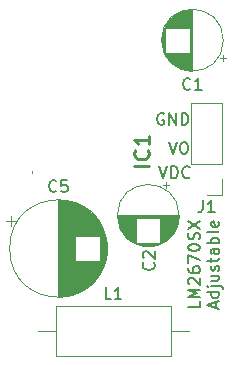
<source format=gbr>
%TF.GenerationSoftware,KiCad,Pcbnew,8.0.1-rc1*%
%TF.CreationDate,2024-10-01T13:01:29-07:00*%
%TF.ProjectId,LM2670-ADJ-Carrier,4c4d3236-3730-42d4-9144-4a2d43617272,rev?*%
%TF.SameCoordinates,Original*%
%TF.FileFunction,Legend,Top*%
%TF.FilePolarity,Positive*%
%FSLAX46Y46*%
G04 Gerber Fmt 4.6, Leading zero omitted, Abs format (unit mm)*
G04 Created by KiCad (PCBNEW 8.0.1-rc1) date 2024-10-01 13:01:29*
%MOMM*%
%LPD*%
G01*
G04 APERTURE LIST*
%ADD10C,0.150000*%
%ADD11C,0.254000*%
%ADD12C,0.120000*%
%ADD13C,0.100000*%
%ADD14R,1.700000X1.700000*%
%ADD15O,1.700000X1.700000*%
%ADD16C,2.000000*%
%ADD17O,2.000000X2.000000*%
%ADD18R,1.600000X1.600000*%
%ADD19C,1.600000*%
%ADD20R,0.910000X2.160000*%
%ADD21R,10.800000X10.410000*%
G04 APERTURE END LIST*
D10*
X149907978Y-98481998D02*
X150241311Y-99481998D01*
X150241311Y-99481998D02*
X150574644Y-98481998D01*
X151098454Y-98481998D02*
X151288930Y-98481998D01*
X151288930Y-98481998D02*
X151384168Y-98529617D01*
X151384168Y-98529617D02*
X151479406Y-98624855D01*
X151479406Y-98624855D02*
X151527025Y-98815331D01*
X151527025Y-98815331D02*
X151527025Y-99148664D01*
X151527025Y-99148664D02*
X151479406Y-99339140D01*
X151479406Y-99339140D02*
X151384168Y-99434379D01*
X151384168Y-99434379D02*
X151288930Y-99481998D01*
X151288930Y-99481998D02*
X151098454Y-99481998D01*
X151098454Y-99481998D02*
X151003216Y-99434379D01*
X151003216Y-99434379D02*
X150907978Y-99339140D01*
X150907978Y-99339140D02*
X150860359Y-99148664D01*
X150860359Y-99148664D02*
X150860359Y-98815331D01*
X150860359Y-98815331D02*
X150907978Y-98624855D01*
X150907978Y-98624855D02*
X151003216Y-98529617D01*
X151003216Y-98529617D02*
X151098454Y-98481998D01*
X152535253Y-111960346D02*
X152535253Y-112436536D01*
X152535253Y-112436536D02*
X151535253Y-112436536D01*
X152535253Y-111627012D02*
X151535253Y-111627012D01*
X151535253Y-111627012D02*
X152249538Y-111293679D01*
X152249538Y-111293679D02*
X151535253Y-110960346D01*
X151535253Y-110960346D02*
X152535253Y-110960346D01*
X151630491Y-110531774D02*
X151582872Y-110484155D01*
X151582872Y-110484155D02*
X151535253Y-110388917D01*
X151535253Y-110388917D02*
X151535253Y-110150822D01*
X151535253Y-110150822D02*
X151582872Y-110055584D01*
X151582872Y-110055584D02*
X151630491Y-110007965D01*
X151630491Y-110007965D02*
X151725729Y-109960346D01*
X151725729Y-109960346D02*
X151820967Y-109960346D01*
X151820967Y-109960346D02*
X151963824Y-110007965D01*
X151963824Y-110007965D02*
X152535253Y-110579393D01*
X152535253Y-110579393D02*
X152535253Y-109960346D01*
X151535253Y-109103203D02*
X151535253Y-109293679D01*
X151535253Y-109293679D02*
X151582872Y-109388917D01*
X151582872Y-109388917D02*
X151630491Y-109436536D01*
X151630491Y-109436536D02*
X151773348Y-109531774D01*
X151773348Y-109531774D02*
X151963824Y-109579393D01*
X151963824Y-109579393D02*
X152344776Y-109579393D01*
X152344776Y-109579393D02*
X152440014Y-109531774D01*
X152440014Y-109531774D02*
X152487634Y-109484155D01*
X152487634Y-109484155D02*
X152535253Y-109388917D01*
X152535253Y-109388917D02*
X152535253Y-109198441D01*
X152535253Y-109198441D02*
X152487634Y-109103203D01*
X152487634Y-109103203D02*
X152440014Y-109055584D01*
X152440014Y-109055584D02*
X152344776Y-109007965D01*
X152344776Y-109007965D02*
X152106681Y-109007965D01*
X152106681Y-109007965D02*
X152011443Y-109055584D01*
X152011443Y-109055584D02*
X151963824Y-109103203D01*
X151963824Y-109103203D02*
X151916205Y-109198441D01*
X151916205Y-109198441D02*
X151916205Y-109388917D01*
X151916205Y-109388917D02*
X151963824Y-109484155D01*
X151963824Y-109484155D02*
X152011443Y-109531774D01*
X152011443Y-109531774D02*
X152106681Y-109579393D01*
X151535253Y-108674631D02*
X151535253Y-108007965D01*
X151535253Y-108007965D02*
X152535253Y-108436536D01*
X151535253Y-107436536D02*
X151535253Y-107341298D01*
X151535253Y-107341298D02*
X151582872Y-107246060D01*
X151582872Y-107246060D02*
X151630491Y-107198441D01*
X151630491Y-107198441D02*
X151725729Y-107150822D01*
X151725729Y-107150822D02*
X151916205Y-107103203D01*
X151916205Y-107103203D02*
X152154300Y-107103203D01*
X152154300Y-107103203D02*
X152344776Y-107150822D01*
X152344776Y-107150822D02*
X152440014Y-107198441D01*
X152440014Y-107198441D02*
X152487634Y-107246060D01*
X152487634Y-107246060D02*
X152535253Y-107341298D01*
X152535253Y-107341298D02*
X152535253Y-107436536D01*
X152535253Y-107436536D02*
X152487634Y-107531774D01*
X152487634Y-107531774D02*
X152440014Y-107579393D01*
X152440014Y-107579393D02*
X152344776Y-107627012D01*
X152344776Y-107627012D02*
X152154300Y-107674631D01*
X152154300Y-107674631D02*
X151916205Y-107674631D01*
X151916205Y-107674631D02*
X151725729Y-107627012D01*
X151725729Y-107627012D02*
X151630491Y-107579393D01*
X151630491Y-107579393D02*
X151582872Y-107531774D01*
X151582872Y-107531774D02*
X151535253Y-107436536D01*
X152487634Y-106722250D02*
X152535253Y-106579393D01*
X152535253Y-106579393D02*
X152535253Y-106341298D01*
X152535253Y-106341298D02*
X152487634Y-106246060D01*
X152487634Y-106246060D02*
X152440014Y-106198441D01*
X152440014Y-106198441D02*
X152344776Y-106150822D01*
X152344776Y-106150822D02*
X152249538Y-106150822D01*
X152249538Y-106150822D02*
X152154300Y-106198441D01*
X152154300Y-106198441D02*
X152106681Y-106246060D01*
X152106681Y-106246060D02*
X152059062Y-106341298D01*
X152059062Y-106341298D02*
X152011443Y-106531774D01*
X152011443Y-106531774D02*
X151963824Y-106627012D01*
X151963824Y-106627012D02*
X151916205Y-106674631D01*
X151916205Y-106674631D02*
X151820967Y-106722250D01*
X151820967Y-106722250D02*
X151725729Y-106722250D01*
X151725729Y-106722250D02*
X151630491Y-106674631D01*
X151630491Y-106674631D02*
X151582872Y-106627012D01*
X151582872Y-106627012D02*
X151535253Y-106531774D01*
X151535253Y-106531774D02*
X151535253Y-106293679D01*
X151535253Y-106293679D02*
X151582872Y-106150822D01*
X151535253Y-105817488D02*
X152535253Y-105150822D01*
X151535253Y-105150822D02*
X152535253Y-105817488D01*
X153859482Y-112507965D02*
X153859482Y-112031775D01*
X154145197Y-112603203D02*
X153145197Y-112269870D01*
X153145197Y-112269870D02*
X154145197Y-111936537D01*
X154145197Y-111174632D02*
X153145197Y-111174632D01*
X154097578Y-111174632D02*
X154145197Y-111269870D01*
X154145197Y-111269870D02*
X154145197Y-111460346D01*
X154145197Y-111460346D02*
X154097578Y-111555584D01*
X154097578Y-111555584D02*
X154049958Y-111603203D01*
X154049958Y-111603203D02*
X153954720Y-111650822D01*
X153954720Y-111650822D02*
X153669006Y-111650822D01*
X153669006Y-111650822D02*
X153573768Y-111603203D01*
X153573768Y-111603203D02*
X153526149Y-111555584D01*
X153526149Y-111555584D02*
X153478530Y-111460346D01*
X153478530Y-111460346D02*
X153478530Y-111269870D01*
X153478530Y-111269870D02*
X153526149Y-111174632D01*
X153478530Y-110698441D02*
X154335673Y-110698441D01*
X154335673Y-110698441D02*
X154430911Y-110746060D01*
X154430911Y-110746060D02*
X154478530Y-110841298D01*
X154478530Y-110841298D02*
X154478530Y-110888917D01*
X153145197Y-110698441D02*
X153192816Y-110746060D01*
X153192816Y-110746060D02*
X153240435Y-110698441D01*
X153240435Y-110698441D02*
X153192816Y-110650822D01*
X153192816Y-110650822D02*
X153145197Y-110698441D01*
X153145197Y-110698441D02*
X153240435Y-110698441D01*
X153478530Y-109793680D02*
X154145197Y-109793680D01*
X153478530Y-110222251D02*
X154002339Y-110222251D01*
X154002339Y-110222251D02*
X154097578Y-110174632D01*
X154097578Y-110174632D02*
X154145197Y-110079394D01*
X154145197Y-110079394D02*
X154145197Y-109936537D01*
X154145197Y-109936537D02*
X154097578Y-109841299D01*
X154097578Y-109841299D02*
X154049958Y-109793680D01*
X154097578Y-109365108D02*
X154145197Y-109269870D01*
X154145197Y-109269870D02*
X154145197Y-109079394D01*
X154145197Y-109079394D02*
X154097578Y-108984156D01*
X154097578Y-108984156D02*
X154002339Y-108936537D01*
X154002339Y-108936537D02*
X153954720Y-108936537D01*
X153954720Y-108936537D02*
X153859482Y-108984156D01*
X153859482Y-108984156D02*
X153811863Y-109079394D01*
X153811863Y-109079394D02*
X153811863Y-109222251D01*
X153811863Y-109222251D02*
X153764244Y-109317489D01*
X153764244Y-109317489D02*
X153669006Y-109365108D01*
X153669006Y-109365108D02*
X153621387Y-109365108D01*
X153621387Y-109365108D02*
X153526149Y-109317489D01*
X153526149Y-109317489D02*
X153478530Y-109222251D01*
X153478530Y-109222251D02*
X153478530Y-109079394D01*
X153478530Y-109079394D02*
X153526149Y-108984156D01*
X153478530Y-108650822D02*
X153478530Y-108269870D01*
X153145197Y-108507965D02*
X154002339Y-108507965D01*
X154002339Y-108507965D02*
X154097578Y-108460346D01*
X154097578Y-108460346D02*
X154145197Y-108365108D01*
X154145197Y-108365108D02*
X154145197Y-108269870D01*
X154145197Y-107507965D02*
X153621387Y-107507965D01*
X153621387Y-107507965D02*
X153526149Y-107555584D01*
X153526149Y-107555584D02*
X153478530Y-107650822D01*
X153478530Y-107650822D02*
X153478530Y-107841298D01*
X153478530Y-107841298D02*
X153526149Y-107936536D01*
X154097578Y-107507965D02*
X154145197Y-107603203D01*
X154145197Y-107603203D02*
X154145197Y-107841298D01*
X154145197Y-107841298D02*
X154097578Y-107936536D01*
X154097578Y-107936536D02*
X154002339Y-107984155D01*
X154002339Y-107984155D02*
X153907101Y-107984155D01*
X153907101Y-107984155D02*
X153811863Y-107936536D01*
X153811863Y-107936536D02*
X153764244Y-107841298D01*
X153764244Y-107841298D02*
X153764244Y-107603203D01*
X153764244Y-107603203D02*
X153716625Y-107507965D01*
X154145197Y-107031774D02*
X153145197Y-107031774D01*
X153526149Y-107031774D02*
X153478530Y-106936536D01*
X153478530Y-106936536D02*
X153478530Y-106746060D01*
X153478530Y-106746060D02*
X153526149Y-106650822D01*
X153526149Y-106650822D02*
X153573768Y-106603203D01*
X153573768Y-106603203D02*
X153669006Y-106555584D01*
X153669006Y-106555584D02*
X153954720Y-106555584D01*
X153954720Y-106555584D02*
X154049958Y-106603203D01*
X154049958Y-106603203D02*
X154097578Y-106650822D01*
X154097578Y-106650822D02*
X154145197Y-106746060D01*
X154145197Y-106746060D02*
X154145197Y-106936536D01*
X154145197Y-106936536D02*
X154097578Y-107031774D01*
X154145197Y-105984155D02*
X154097578Y-106079393D01*
X154097578Y-106079393D02*
X154002339Y-106127012D01*
X154002339Y-106127012D02*
X153145197Y-106127012D01*
X154097578Y-105222250D02*
X154145197Y-105317488D01*
X154145197Y-105317488D02*
X154145197Y-105507964D01*
X154145197Y-105507964D02*
X154097578Y-105603202D01*
X154097578Y-105603202D02*
X154002339Y-105650821D01*
X154002339Y-105650821D02*
X153621387Y-105650821D01*
X153621387Y-105650821D02*
X153526149Y-105603202D01*
X153526149Y-105603202D02*
X153478530Y-105507964D01*
X153478530Y-105507964D02*
X153478530Y-105317488D01*
X153478530Y-105317488D02*
X153526149Y-105222250D01*
X153526149Y-105222250D02*
X153621387Y-105174631D01*
X153621387Y-105174631D02*
X153716625Y-105174631D01*
X153716625Y-105174631D02*
X153811863Y-105650821D01*
X149094126Y-100531657D02*
X149427459Y-101531657D01*
X149427459Y-101531657D02*
X149760792Y-100531657D01*
X150094126Y-101531657D02*
X150094126Y-100531657D01*
X150094126Y-100531657D02*
X150332221Y-100531657D01*
X150332221Y-100531657D02*
X150475078Y-100579276D01*
X150475078Y-100579276D02*
X150570316Y-100674514D01*
X150570316Y-100674514D02*
X150617935Y-100769752D01*
X150617935Y-100769752D02*
X150665554Y-100960228D01*
X150665554Y-100960228D02*
X150665554Y-101103085D01*
X150665554Y-101103085D02*
X150617935Y-101293561D01*
X150617935Y-101293561D02*
X150570316Y-101388799D01*
X150570316Y-101388799D02*
X150475078Y-101484038D01*
X150475078Y-101484038D02*
X150332221Y-101531657D01*
X150332221Y-101531657D02*
X150094126Y-101531657D01*
X151665554Y-101436418D02*
X151617935Y-101484038D01*
X151617935Y-101484038D02*
X151475078Y-101531657D01*
X151475078Y-101531657D02*
X151379840Y-101531657D01*
X151379840Y-101531657D02*
X151236983Y-101484038D01*
X151236983Y-101484038D02*
X151141745Y-101388799D01*
X151141745Y-101388799D02*
X151094126Y-101293561D01*
X151094126Y-101293561D02*
X151046507Y-101103085D01*
X151046507Y-101103085D02*
X151046507Y-100960228D01*
X151046507Y-100960228D02*
X151094126Y-100769752D01*
X151094126Y-100769752D02*
X151141745Y-100674514D01*
X151141745Y-100674514D02*
X151236983Y-100579276D01*
X151236983Y-100579276D02*
X151379840Y-100531657D01*
X151379840Y-100531657D02*
X151475078Y-100531657D01*
X151475078Y-100531657D02*
X151617935Y-100579276D01*
X151617935Y-100579276D02*
X151665554Y-100626895D01*
X149476046Y-96056775D02*
X149380808Y-96009156D01*
X149380808Y-96009156D02*
X149237951Y-96009156D01*
X149237951Y-96009156D02*
X149095094Y-96056775D01*
X149095094Y-96056775D02*
X148999856Y-96152013D01*
X148999856Y-96152013D02*
X148952237Y-96247251D01*
X148952237Y-96247251D02*
X148904618Y-96437727D01*
X148904618Y-96437727D02*
X148904618Y-96580584D01*
X148904618Y-96580584D02*
X148952237Y-96771060D01*
X148952237Y-96771060D02*
X148999856Y-96866298D01*
X148999856Y-96866298D02*
X149095094Y-96961537D01*
X149095094Y-96961537D02*
X149237951Y-97009156D01*
X149237951Y-97009156D02*
X149333189Y-97009156D01*
X149333189Y-97009156D02*
X149476046Y-96961537D01*
X149476046Y-96961537D02*
X149523665Y-96913917D01*
X149523665Y-96913917D02*
X149523665Y-96580584D01*
X149523665Y-96580584D02*
X149333189Y-96580584D01*
X149952237Y-97009156D02*
X149952237Y-96009156D01*
X149952237Y-96009156D02*
X150523665Y-97009156D01*
X150523665Y-97009156D02*
X150523665Y-96009156D01*
X150999856Y-97009156D02*
X150999856Y-96009156D01*
X150999856Y-96009156D02*
X151237951Y-96009156D01*
X151237951Y-96009156D02*
X151380808Y-96056775D01*
X151380808Y-96056775D02*
X151476046Y-96152013D01*
X151476046Y-96152013D02*
X151523665Y-96247251D01*
X151523665Y-96247251D02*
X151571284Y-96437727D01*
X151571284Y-96437727D02*
X151571284Y-96580584D01*
X151571284Y-96580584D02*
X151523665Y-96771060D01*
X151523665Y-96771060D02*
X151476046Y-96866298D01*
X151476046Y-96866298D02*
X151380808Y-96961537D01*
X151380808Y-96961537D02*
X151237951Y-97009156D01*
X151237951Y-97009156D02*
X150999856Y-97009156D01*
X152776115Y-103401819D02*
X152776115Y-104116104D01*
X152776115Y-104116104D02*
X152728496Y-104258961D01*
X152728496Y-104258961D02*
X152633258Y-104354200D01*
X152633258Y-104354200D02*
X152490401Y-104401819D01*
X152490401Y-104401819D02*
X152395163Y-104401819D01*
X153776115Y-104401819D02*
X153204687Y-104401819D01*
X153490401Y-104401819D02*
X153490401Y-103401819D01*
X153490401Y-103401819D02*
X153395163Y-103544676D01*
X153395163Y-103544676D02*
X153299925Y-103639914D01*
X153299925Y-103639914D02*
X153204687Y-103687533D01*
X145025016Y-111767195D02*
X144548826Y-111767195D01*
X144548826Y-111767195D02*
X144548826Y-110767195D01*
X145882159Y-111767195D02*
X145310731Y-111767195D01*
X145596445Y-111767195D02*
X145596445Y-110767195D01*
X145596445Y-110767195D02*
X145501207Y-110910052D01*
X145501207Y-110910052D02*
X145405969Y-111005290D01*
X145405969Y-111005290D02*
X145310731Y-111052909D01*
X140382719Y-102592549D02*
X140335100Y-102640169D01*
X140335100Y-102640169D02*
X140192243Y-102687788D01*
X140192243Y-102687788D02*
X140097005Y-102687788D01*
X140097005Y-102687788D02*
X139954148Y-102640169D01*
X139954148Y-102640169D02*
X139858910Y-102544930D01*
X139858910Y-102544930D02*
X139811291Y-102449692D01*
X139811291Y-102449692D02*
X139763672Y-102259216D01*
X139763672Y-102259216D02*
X139763672Y-102116359D01*
X139763672Y-102116359D02*
X139811291Y-101925883D01*
X139811291Y-101925883D02*
X139858910Y-101830645D01*
X139858910Y-101830645D02*
X139954148Y-101735407D01*
X139954148Y-101735407D02*
X140097005Y-101687788D01*
X140097005Y-101687788D02*
X140192243Y-101687788D01*
X140192243Y-101687788D02*
X140335100Y-101735407D01*
X140335100Y-101735407D02*
X140382719Y-101783026D01*
X141287481Y-101687788D02*
X140811291Y-101687788D01*
X140811291Y-101687788D02*
X140763672Y-102163978D01*
X140763672Y-102163978D02*
X140811291Y-102116359D01*
X140811291Y-102116359D02*
X140906529Y-102068740D01*
X140906529Y-102068740D02*
X141144624Y-102068740D01*
X141144624Y-102068740D02*
X141239862Y-102116359D01*
X141239862Y-102116359D02*
X141287481Y-102163978D01*
X141287481Y-102163978D02*
X141335100Y-102259216D01*
X141335100Y-102259216D02*
X141335100Y-102497311D01*
X141335100Y-102497311D02*
X141287481Y-102592549D01*
X141287481Y-102592549D02*
X141239862Y-102640169D01*
X141239862Y-102640169D02*
X141144624Y-102687788D01*
X141144624Y-102687788D02*
X140906529Y-102687788D01*
X140906529Y-102687788D02*
X140811291Y-102640169D01*
X140811291Y-102640169D02*
X140763672Y-102592549D01*
X148617742Y-108669564D02*
X148665362Y-108717183D01*
X148665362Y-108717183D02*
X148712981Y-108860040D01*
X148712981Y-108860040D02*
X148712981Y-108955278D01*
X148712981Y-108955278D02*
X148665362Y-109098135D01*
X148665362Y-109098135D02*
X148570123Y-109193373D01*
X148570123Y-109193373D02*
X148474885Y-109240992D01*
X148474885Y-109240992D02*
X148284409Y-109288611D01*
X148284409Y-109288611D02*
X148141552Y-109288611D01*
X148141552Y-109288611D02*
X147951076Y-109240992D01*
X147951076Y-109240992D02*
X147855838Y-109193373D01*
X147855838Y-109193373D02*
X147760600Y-109098135D01*
X147760600Y-109098135D02*
X147712981Y-108955278D01*
X147712981Y-108955278D02*
X147712981Y-108860040D01*
X147712981Y-108860040D02*
X147760600Y-108717183D01*
X147760600Y-108717183D02*
X147808219Y-108669564D01*
X147808219Y-108288611D02*
X147760600Y-108240992D01*
X147760600Y-108240992D02*
X147712981Y-108145754D01*
X147712981Y-108145754D02*
X147712981Y-107907659D01*
X147712981Y-107907659D02*
X147760600Y-107812421D01*
X147760600Y-107812421D02*
X147808219Y-107764802D01*
X147808219Y-107764802D02*
X147903457Y-107717183D01*
X147903457Y-107717183D02*
X147998695Y-107717183D01*
X147998695Y-107717183D02*
X148141552Y-107764802D01*
X148141552Y-107764802D02*
X148712981Y-108336230D01*
X148712981Y-108336230D02*
X148712981Y-107717183D01*
X151734027Y-93962064D02*
X151686408Y-94009684D01*
X151686408Y-94009684D02*
X151543551Y-94057303D01*
X151543551Y-94057303D02*
X151448313Y-94057303D01*
X151448313Y-94057303D02*
X151305456Y-94009684D01*
X151305456Y-94009684D02*
X151210218Y-93914445D01*
X151210218Y-93914445D02*
X151162599Y-93819207D01*
X151162599Y-93819207D02*
X151114980Y-93628731D01*
X151114980Y-93628731D02*
X151114980Y-93485874D01*
X151114980Y-93485874D02*
X151162599Y-93295398D01*
X151162599Y-93295398D02*
X151210218Y-93200160D01*
X151210218Y-93200160D02*
X151305456Y-93104922D01*
X151305456Y-93104922D02*
X151448313Y-93057303D01*
X151448313Y-93057303D02*
X151543551Y-93057303D01*
X151543551Y-93057303D02*
X151686408Y-93104922D01*
X151686408Y-93104922D02*
X151734027Y-93152541D01*
X152686408Y-94057303D02*
X152114980Y-94057303D01*
X152400694Y-94057303D02*
X152400694Y-93057303D01*
X152400694Y-93057303D02*
X152305456Y-93200160D01*
X152305456Y-93200160D02*
X152210218Y-93295398D01*
X152210218Y-93295398D02*
X152114980Y-93343017D01*
D11*
X148230870Y-100475545D02*
X146960870Y-100475545D01*
X148109917Y-99145068D02*
X148170394Y-99205544D01*
X148170394Y-99205544D02*
X148230870Y-99386973D01*
X148230870Y-99386973D02*
X148230870Y-99507925D01*
X148230870Y-99507925D02*
X148170394Y-99689354D01*
X148170394Y-99689354D02*
X148049441Y-99810306D01*
X148049441Y-99810306D02*
X147928489Y-99870783D01*
X147928489Y-99870783D02*
X147686584Y-99931259D01*
X147686584Y-99931259D02*
X147505155Y-99931259D01*
X147505155Y-99931259D02*
X147263251Y-99870783D01*
X147263251Y-99870783D02*
X147142298Y-99810306D01*
X147142298Y-99810306D02*
X147021346Y-99689354D01*
X147021346Y-99689354D02*
X146960870Y-99507925D01*
X146960870Y-99507925D02*
X146960870Y-99386973D01*
X146960870Y-99386973D02*
X147021346Y-99205544D01*
X147021346Y-99205544D02*
X147081822Y-99145068D01*
X148230870Y-97935544D02*
X148230870Y-98661259D01*
X148230870Y-98298402D02*
X146960870Y-98298402D01*
X146960870Y-98298402D02*
X147142298Y-98419354D01*
X147142298Y-98419354D02*
X147263251Y-98540306D01*
X147263251Y-98540306D02*
X147323727Y-98661259D01*
D12*
%TO.C,J1*%
X151779449Y-100347000D02*
X151779449Y-95207000D01*
X154439449Y-95207000D02*
X151779449Y-95207000D01*
X154439449Y-100347000D02*
X151779449Y-100347000D01*
X154439449Y-100347000D02*
X154439449Y-95207000D01*
X154439449Y-101617000D02*
X154439449Y-102947000D01*
X154439449Y-102947000D02*
X153109449Y-102947000D01*
%TO.C,L1*%
X138811683Y-114432376D02*
X140321683Y-114432376D01*
X140321683Y-112312376D02*
X140321683Y-116552376D01*
X140321683Y-116552376D02*
X150061683Y-116552376D01*
X150061683Y-112312376D02*
X140321683Y-112312376D01*
X150061683Y-116552376D02*
X150061683Y-112312376D01*
X151571683Y-114432376D02*
X150061683Y-114432376D01*
%TO.C,C5*%
X136139688Y-105167969D02*
X136939688Y-105167969D01*
X136539688Y-104767969D02*
X136539688Y-105567969D01*
X140549386Y-103402969D02*
X140549386Y-111562969D01*
X140589386Y-103402969D02*
X140589386Y-111562969D01*
X140629386Y-103402969D02*
X140629386Y-111562969D01*
X140669386Y-103403969D02*
X140669386Y-111561969D01*
X140709386Y-103405969D02*
X140709386Y-111559969D01*
X140749386Y-103406969D02*
X140749386Y-111558969D01*
X140789386Y-103408969D02*
X140789386Y-111556969D01*
X140829386Y-103411969D02*
X140829386Y-111553969D01*
X140869386Y-103414969D02*
X140869386Y-111550969D01*
X140909386Y-103417969D02*
X140909386Y-111547969D01*
X140949386Y-103421969D02*
X140949386Y-111543969D01*
X140989386Y-103425969D02*
X140989386Y-111539969D01*
X141029386Y-103430969D02*
X141029386Y-111534969D01*
X141069386Y-103434969D02*
X141069386Y-111530969D01*
X141109386Y-103440969D02*
X141109386Y-111524969D01*
X141149386Y-103445969D02*
X141149386Y-111519969D01*
X141189386Y-103452969D02*
X141189386Y-111512969D01*
X141229386Y-103458969D02*
X141229386Y-111506969D01*
X141270386Y-103465969D02*
X141270386Y-111499969D01*
X141310386Y-103472969D02*
X141310386Y-111492969D01*
X141350386Y-103480969D02*
X141350386Y-111484969D01*
X141390386Y-103488969D02*
X141390386Y-111476969D01*
X141430386Y-103497969D02*
X141430386Y-111467969D01*
X141470386Y-103506969D02*
X141470386Y-111458969D01*
X141510386Y-103515969D02*
X141510386Y-111449969D01*
X141550386Y-103525969D02*
X141550386Y-111439969D01*
X141590386Y-103535969D02*
X141590386Y-111429969D01*
X141630386Y-103546969D02*
X141630386Y-111418969D01*
X141670386Y-103557969D02*
X141670386Y-111407969D01*
X141710386Y-103568969D02*
X141710386Y-111396969D01*
X141750386Y-103580969D02*
X141750386Y-111384969D01*
X141790386Y-103593969D02*
X141790386Y-111371969D01*
X141830386Y-103605969D02*
X141830386Y-111359969D01*
X141870386Y-103619969D02*
X141870386Y-111345969D01*
X141910386Y-103632969D02*
X141910386Y-111332969D01*
X141950386Y-103647969D02*
X141950386Y-111317969D01*
X141990386Y-103661969D02*
X141990386Y-111303969D01*
X142030386Y-103677969D02*
X142030386Y-106442969D01*
X142030386Y-108522969D02*
X142030386Y-111287969D01*
X142070386Y-103692969D02*
X142070386Y-106442969D01*
X142070386Y-108522969D02*
X142070386Y-111272969D01*
X142110386Y-103708969D02*
X142110386Y-106442969D01*
X142110386Y-108522969D02*
X142110386Y-111256969D01*
X142150386Y-103725969D02*
X142150386Y-106442969D01*
X142150386Y-108522969D02*
X142150386Y-111239969D01*
X142190386Y-103742969D02*
X142190386Y-106442969D01*
X142190386Y-108522969D02*
X142190386Y-111222969D01*
X142230386Y-103760969D02*
X142230386Y-106442969D01*
X142230386Y-108522969D02*
X142230386Y-111204969D01*
X142270386Y-103778969D02*
X142270386Y-106442969D01*
X142270386Y-108522969D02*
X142270386Y-111186969D01*
X142310386Y-103796969D02*
X142310386Y-106442969D01*
X142310386Y-108522969D02*
X142310386Y-111168969D01*
X142350386Y-103816969D02*
X142350386Y-106442969D01*
X142350386Y-108522969D02*
X142350386Y-111148969D01*
X142390386Y-103835969D02*
X142390386Y-106442969D01*
X142390386Y-108522969D02*
X142390386Y-111129969D01*
X142430386Y-103855969D02*
X142430386Y-106442969D01*
X142430386Y-108522969D02*
X142430386Y-111109969D01*
X142470386Y-103876969D02*
X142470386Y-106442969D01*
X142470386Y-108522969D02*
X142470386Y-111088969D01*
X142510386Y-103898969D02*
X142510386Y-106442969D01*
X142510386Y-108522969D02*
X142510386Y-111066969D01*
X142550386Y-103920969D02*
X142550386Y-106442969D01*
X142550386Y-108522969D02*
X142550386Y-111044969D01*
X142590386Y-103942969D02*
X142590386Y-106442969D01*
X142590386Y-108522969D02*
X142590386Y-111022969D01*
X142630386Y-103965969D02*
X142630386Y-106442969D01*
X142630386Y-108522969D02*
X142630386Y-110999969D01*
X142670386Y-103989969D02*
X142670386Y-106442969D01*
X142670386Y-108522969D02*
X142670386Y-110975969D01*
X142710386Y-104013969D02*
X142710386Y-106442969D01*
X142710386Y-108522969D02*
X142710386Y-110951969D01*
X142750386Y-104038969D02*
X142750386Y-106442969D01*
X142750386Y-108522969D02*
X142750386Y-110926969D01*
X142790386Y-104064969D02*
X142790386Y-106442969D01*
X142790386Y-108522969D02*
X142790386Y-110900969D01*
X142830386Y-104090969D02*
X142830386Y-106442969D01*
X142830386Y-108522969D02*
X142830386Y-110874969D01*
X142870386Y-104117969D02*
X142870386Y-106442969D01*
X142870386Y-108522969D02*
X142870386Y-110847969D01*
X142910386Y-104144969D02*
X142910386Y-106442969D01*
X142910386Y-108522969D02*
X142910386Y-110820969D01*
X142950386Y-104173969D02*
X142950386Y-106442969D01*
X142950386Y-108522969D02*
X142950386Y-110791969D01*
X142990386Y-104202969D02*
X142990386Y-106442969D01*
X142990386Y-108522969D02*
X142990386Y-110762969D01*
X143030386Y-104232969D02*
X143030386Y-106442969D01*
X143030386Y-108522969D02*
X143030386Y-110732969D01*
X143070386Y-104262969D02*
X143070386Y-106442969D01*
X143070386Y-108522969D02*
X143070386Y-110702969D01*
X143110386Y-104293969D02*
X143110386Y-106442969D01*
X143110386Y-108522969D02*
X143110386Y-110671969D01*
X143150386Y-104326969D02*
X143150386Y-106442969D01*
X143150386Y-108522969D02*
X143150386Y-110638969D01*
X143190386Y-104358969D02*
X143190386Y-106442969D01*
X143190386Y-108522969D02*
X143190386Y-110606969D01*
X143230386Y-104392969D02*
X143230386Y-106442969D01*
X143230386Y-108522969D02*
X143230386Y-110572969D01*
X143270386Y-104427969D02*
X143270386Y-106442969D01*
X143270386Y-108522969D02*
X143270386Y-110537969D01*
X143310386Y-104463969D02*
X143310386Y-106442969D01*
X143310386Y-108522969D02*
X143310386Y-110501969D01*
X143350386Y-104499969D02*
X143350386Y-106442969D01*
X143350386Y-108522969D02*
X143350386Y-110465969D01*
X143390386Y-104537969D02*
X143390386Y-106442969D01*
X143390386Y-108522969D02*
X143390386Y-110427969D01*
X143430386Y-104575969D02*
X143430386Y-106442969D01*
X143430386Y-108522969D02*
X143430386Y-110389969D01*
X143470386Y-104615969D02*
X143470386Y-106442969D01*
X143470386Y-108522969D02*
X143470386Y-110349969D01*
X143510386Y-104656969D02*
X143510386Y-106442969D01*
X143510386Y-108522969D02*
X143510386Y-110308969D01*
X143550386Y-104698969D02*
X143550386Y-106442969D01*
X143550386Y-108522969D02*
X143550386Y-110266969D01*
X143590386Y-104741969D02*
X143590386Y-106442969D01*
X143590386Y-108522969D02*
X143590386Y-110223969D01*
X143630386Y-104785969D02*
X143630386Y-106442969D01*
X143630386Y-108522969D02*
X143630386Y-110179969D01*
X143670386Y-104831969D02*
X143670386Y-106442969D01*
X143670386Y-108522969D02*
X143670386Y-110133969D01*
X143710386Y-104878969D02*
X143710386Y-106442969D01*
X143710386Y-108522969D02*
X143710386Y-110086969D01*
X143750386Y-104926969D02*
X143750386Y-106442969D01*
X143750386Y-108522969D02*
X143750386Y-110038969D01*
X143790386Y-104977969D02*
X143790386Y-106442969D01*
X143790386Y-108522969D02*
X143790386Y-109987969D01*
X143830386Y-105028969D02*
X143830386Y-106442969D01*
X143830386Y-108522969D02*
X143830386Y-109936969D01*
X143870386Y-105082969D02*
X143870386Y-106442969D01*
X143870386Y-108522969D02*
X143870386Y-109882969D01*
X143910386Y-105137969D02*
X143910386Y-106442969D01*
X143910386Y-108522969D02*
X143910386Y-109827969D01*
X143950386Y-105195969D02*
X143950386Y-106442969D01*
X143950386Y-108522969D02*
X143950386Y-109769969D01*
X143990386Y-105254969D02*
X143990386Y-106442969D01*
X143990386Y-108522969D02*
X143990386Y-109710969D01*
X144030386Y-105316969D02*
X144030386Y-106442969D01*
X144030386Y-108522969D02*
X144030386Y-109648969D01*
X144070386Y-105380969D02*
X144070386Y-106442969D01*
X144070386Y-108522969D02*
X144070386Y-109584969D01*
X144110386Y-105448969D02*
X144110386Y-109516969D01*
X144150386Y-105518969D02*
X144150386Y-109446969D01*
X144190386Y-105592969D02*
X144190386Y-109372969D01*
X144230386Y-105669969D02*
X144230386Y-109295969D01*
X144270386Y-105751969D02*
X144270386Y-109213969D01*
X144310386Y-105837969D02*
X144310386Y-109127969D01*
X144350386Y-105930969D02*
X144350386Y-109034969D01*
X144390386Y-106029969D02*
X144390386Y-108935969D01*
X144430386Y-106136969D02*
X144430386Y-108828969D01*
X144470386Y-106253969D02*
X144470386Y-108711969D01*
X144510386Y-106384969D02*
X144510386Y-108580969D01*
X144550386Y-106534969D02*
X144550386Y-108430969D01*
X144590386Y-106714969D02*
X144590386Y-108250969D01*
X144630386Y-106949969D02*
X144630386Y-108015969D01*
X144669386Y-107482969D02*
G75*
G02*
X136429386Y-107482969I-4120000J0D01*
G01*
X136429386Y-107482969D02*
G75*
G02*
X144669386Y-107482969I4120000J0D01*
G01*
%TO.C,C2*%
X147118263Y-104929855D02*
X145589263Y-104929855D01*
X147118263Y-104969855D02*
X145593263Y-104969855D01*
X147118263Y-105009855D02*
X145597263Y-105009855D01*
X147118263Y-105049855D02*
X145602263Y-105049855D01*
X147118263Y-105089855D02*
X145608263Y-105089855D01*
X147118263Y-105129855D02*
X145615263Y-105129855D01*
X147118263Y-105169855D02*
X145622263Y-105169855D01*
X147118263Y-105209855D02*
X145630263Y-105209855D01*
X147118263Y-105249855D02*
X145638263Y-105249855D01*
X147118263Y-105289855D02*
X145647263Y-105289855D01*
X147118263Y-105329855D02*
X145657263Y-105329855D01*
X147118263Y-105369855D02*
X145667263Y-105369855D01*
X147118263Y-105410855D02*
X145678263Y-105410855D01*
X147118263Y-105450855D02*
X145690263Y-105450855D01*
X147118263Y-105490855D02*
X145703263Y-105490855D01*
X147118263Y-105530855D02*
X145716263Y-105530855D01*
X147118263Y-105570855D02*
X145730263Y-105570855D01*
X147118263Y-105610855D02*
X145744263Y-105610855D01*
X147118263Y-105650855D02*
X145760263Y-105650855D01*
X147118263Y-105690855D02*
X145776263Y-105690855D01*
X147118263Y-105730855D02*
X145793263Y-105730855D01*
X147118263Y-105770855D02*
X145810263Y-105770855D01*
X147118263Y-105810855D02*
X145829263Y-105810855D01*
X147118263Y-105850855D02*
X145848263Y-105850855D01*
X147118263Y-105890855D02*
X145868263Y-105890855D01*
X147118263Y-105930855D02*
X145890263Y-105930855D01*
X147118263Y-105970855D02*
X145911263Y-105970855D01*
X147118263Y-106010855D02*
X145934263Y-106010855D01*
X147118263Y-106050855D02*
X145958263Y-106050855D01*
X147118263Y-106090855D02*
X145983263Y-106090855D01*
X147118263Y-106130855D02*
X146009263Y-106130855D01*
X147118263Y-106170855D02*
X146036263Y-106170855D01*
X147118263Y-106210855D02*
X146063263Y-106210855D01*
X147118263Y-106250855D02*
X146093263Y-106250855D01*
X147118263Y-106290855D02*
X146123263Y-106290855D01*
X147118263Y-106330855D02*
X146154263Y-106330855D01*
X147118263Y-106370855D02*
X146187263Y-106370855D01*
X147118263Y-106410855D02*
X146221263Y-106410855D01*
X147118263Y-106450855D02*
X146257263Y-106450855D01*
X147118263Y-106490855D02*
X146294263Y-106490855D01*
X147118263Y-106530855D02*
X146332263Y-106530855D01*
X147118263Y-106570855D02*
X146373263Y-106570855D01*
X147118263Y-106610855D02*
X146415263Y-106610855D01*
X147118263Y-106650855D02*
X146459263Y-106650855D01*
X147118263Y-106690855D02*
X146505263Y-106690855D01*
X147118263Y-106730855D02*
X146553263Y-106730855D01*
X147118263Y-106770855D02*
X146604263Y-106770855D01*
X147118263Y-106810855D02*
X146658263Y-106810855D01*
X147118263Y-106850855D02*
X146715263Y-106850855D01*
X147118263Y-106890855D02*
X146775263Y-106890855D01*
X147118263Y-106930855D02*
X146839263Y-106930855D01*
X147118263Y-106970855D02*
X146907263Y-106970855D01*
X148442263Y-107290855D02*
X147874263Y-107290855D01*
X148676263Y-107250855D02*
X147640263Y-107250855D01*
X148835263Y-107210855D02*
X147481263Y-107210855D01*
X148963263Y-107170855D02*
X147353263Y-107170855D01*
X149073263Y-107130855D02*
X147243263Y-107130855D01*
X149169263Y-107090855D02*
X147147263Y-107090855D01*
X149256263Y-107050855D02*
X147060263Y-107050855D01*
X149336263Y-107010855D02*
X146980263Y-107010855D01*
X149409263Y-106970855D02*
X149198263Y-106970855D01*
X149477263Y-106930855D02*
X149198263Y-106930855D01*
X149541263Y-106890855D02*
X149198263Y-106890855D01*
X149601263Y-106850855D02*
X149198263Y-106850855D01*
X149633263Y-101885080D02*
X149633263Y-102385080D01*
X149658263Y-106810855D02*
X149198263Y-106810855D01*
X149712263Y-106770855D02*
X149198263Y-106770855D01*
X149763263Y-106730855D02*
X149198263Y-106730855D01*
X149811263Y-106690855D02*
X149198263Y-106690855D01*
X149857263Y-106650855D02*
X149198263Y-106650855D01*
X149883263Y-102135080D02*
X149383263Y-102135080D01*
X149901263Y-106610855D02*
X149198263Y-106610855D01*
X149943263Y-106570855D02*
X149198263Y-106570855D01*
X149984263Y-106530855D02*
X149198263Y-106530855D01*
X150022263Y-106490855D02*
X149198263Y-106490855D01*
X150059263Y-106450855D02*
X149198263Y-106450855D01*
X150095263Y-106410855D02*
X149198263Y-106410855D01*
X150129263Y-106370855D02*
X149198263Y-106370855D01*
X150162263Y-106330855D02*
X149198263Y-106330855D01*
X150193263Y-106290855D02*
X149198263Y-106290855D01*
X150223263Y-106250855D02*
X149198263Y-106250855D01*
X150253263Y-106210855D02*
X149198263Y-106210855D01*
X150280263Y-106170855D02*
X149198263Y-106170855D01*
X150307263Y-106130855D02*
X149198263Y-106130855D01*
X150333263Y-106090855D02*
X149198263Y-106090855D01*
X150358263Y-106050855D02*
X149198263Y-106050855D01*
X150382263Y-106010855D02*
X149198263Y-106010855D01*
X150405263Y-105970855D02*
X149198263Y-105970855D01*
X150426263Y-105930855D02*
X149198263Y-105930855D01*
X150448263Y-105890855D02*
X149198263Y-105890855D01*
X150468263Y-105850855D02*
X149198263Y-105850855D01*
X150487263Y-105810855D02*
X149198263Y-105810855D01*
X150506263Y-105770855D02*
X149198263Y-105770855D01*
X150523263Y-105730855D02*
X149198263Y-105730855D01*
X150540263Y-105690855D02*
X149198263Y-105690855D01*
X150556263Y-105650855D02*
X149198263Y-105650855D01*
X150572263Y-105610855D02*
X149198263Y-105610855D01*
X150586263Y-105570855D02*
X149198263Y-105570855D01*
X150600263Y-105530855D02*
X149198263Y-105530855D01*
X150613263Y-105490855D02*
X149198263Y-105490855D01*
X150626263Y-105450855D02*
X149198263Y-105450855D01*
X150638263Y-105410855D02*
X149198263Y-105410855D01*
X150649263Y-105369855D02*
X149198263Y-105369855D01*
X150659263Y-105329855D02*
X149198263Y-105329855D01*
X150669263Y-105289855D02*
X149198263Y-105289855D01*
X150678263Y-105249855D02*
X149198263Y-105249855D01*
X150686263Y-105209855D02*
X149198263Y-105209855D01*
X150694263Y-105169855D02*
X149198263Y-105169855D01*
X150701263Y-105129855D02*
X149198263Y-105129855D01*
X150708263Y-105089855D02*
X149198263Y-105089855D01*
X150714263Y-105049855D02*
X149198263Y-105049855D01*
X150719263Y-105009855D02*
X149198263Y-105009855D01*
X150723263Y-104969855D02*
X149198263Y-104969855D01*
X150727263Y-104929855D02*
X149198263Y-104929855D01*
X150731263Y-104889855D02*
X145585263Y-104889855D01*
X150734263Y-104849855D02*
X145582263Y-104849855D01*
X150736263Y-104809855D02*
X145580263Y-104809855D01*
X150737263Y-104769855D02*
X145579263Y-104769855D01*
X150738263Y-104689855D02*
X145578263Y-104689855D01*
X150738263Y-104729855D02*
X145578263Y-104729855D01*
X150778263Y-104689855D02*
G75*
G02*
X145538263Y-104689855I-2620000J0D01*
G01*
X145538263Y-104689855D02*
G75*
G02*
X150778263Y-104689855I2620000J0D01*
G01*
%TO.C,C1*%
X149299694Y-90136484D02*
X149299694Y-89568484D01*
X149339694Y-90370484D02*
X149339694Y-89334484D01*
X149379694Y-90529484D02*
X149379694Y-89175484D01*
X149419694Y-90657484D02*
X149419694Y-89047484D01*
X149459694Y-90767484D02*
X149459694Y-88937484D01*
X149499694Y-90863484D02*
X149499694Y-88841484D01*
X149539694Y-90950484D02*
X149539694Y-88754484D01*
X149579694Y-91030484D02*
X149579694Y-88674484D01*
X149619694Y-88812484D02*
X149619694Y-88601484D01*
X149619694Y-91103484D02*
X149619694Y-90892484D01*
X149659694Y-88812484D02*
X149659694Y-88533484D01*
X149659694Y-91171484D02*
X149659694Y-90892484D01*
X149699694Y-88812484D02*
X149699694Y-88469484D01*
X149699694Y-91235484D02*
X149699694Y-90892484D01*
X149739694Y-88812484D02*
X149739694Y-88409484D01*
X149739694Y-91295484D02*
X149739694Y-90892484D01*
X149779694Y-88812484D02*
X149779694Y-88352484D01*
X149779694Y-91352484D02*
X149779694Y-90892484D01*
X149819694Y-88812484D02*
X149819694Y-88298484D01*
X149819694Y-91406484D02*
X149819694Y-90892484D01*
X149859694Y-88812484D02*
X149859694Y-88247484D01*
X149859694Y-91457484D02*
X149859694Y-90892484D01*
X149899694Y-88812484D02*
X149899694Y-88199484D01*
X149899694Y-91505484D02*
X149899694Y-90892484D01*
X149939694Y-88812484D02*
X149939694Y-88153484D01*
X149939694Y-91551484D02*
X149939694Y-90892484D01*
X149979694Y-88812484D02*
X149979694Y-88109484D01*
X149979694Y-91595484D02*
X149979694Y-90892484D01*
X150019694Y-88812484D02*
X150019694Y-88067484D01*
X150019694Y-91637484D02*
X150019694Y-90892484D01*
X150059694Y-88812484D02*
X150059694Y-88026484D01*
X150059694Y-91678484D02*
X150059694Y-90892484D01*
X150099694Y-88812484D02*
X150099694Y-87988484D01*
X150099694Y-91716484D02*
X150099694Y-90892484D01*
X150139694Y-88812484D02*
X150139694Y-87951484D01*
X150139694Y-91753484D02*
X150139694Y-90892484D01*
X150179694Y-88812484D02*
X150179694Y-87915484D01*
X150179694Y-91789484D02*
X150179694Y-90892484D01*
X150219694Y-88812484D02*
X150219694Y-87881484D01*
X150219694Y-91823484D02*
X150219694Y-90892484D01*
X150259694Y-88812484D02*
X150259694Y-87848484D01*
X150259694Y-91856484D02*
X150259694Y-90892484D01*
X150299694Y-88812484D02*
X150299694Y-87817484D01*
X150299694Y-91887484D02*
X150299694Y-90892484D01*
X150339694Y-88812484D02*
X150339694Y-87787484D01*
X150339694Y-91917484D02*
X150339694Y-90892484D01*
X150379694Y-88812484D02*
X150379694Y-87757484D01*
X150379694Y-91947484D02*
X150379694Y-90892484D01*
X150419694Y-88812484D02*
X150419694Y-87730484D01*
X150419694Y-91974484D02*
X150419694Y-90892484D01*
X150459694Y-88812484D02*
X150459694Y-87703484D01*
X150459694Y-92001484D02*
X150459694Y-90892484D01*
X150499694Y-88812484D02*
X150499694Y-87677484D01*
X150499694Y-92027484D02*
X150499694Y-90892484D01*
X150539694Y-88812484D02*
X150539694Y-87652484D01*
X150539694Y-92052484D02*
X150539694Y-90892484D01*
X150579694Y-88812484D02*
X150579694Y-87628484D01*
X150579694Y-92076484D02*
X150579694Y-90892484D01*
X150619694Y-88812484D02*
X150619694Y-87605484D01*
X150619694Y-92099484D02*
X150619694Y-90892484D01*
X150659694Y-88812484D02*
X150659694Y-87584484D01*
X150659694Y-92120484D02*
X150659694Y-90892484D01*
X150699694Y-88812484D02*
X150699694Y-87562484D01*
X150699694Y-92142484D02*
X150699694Y-90892484D01*
X150739694Y-88812484D02*
X150739694Y-87542484D01*
X150739694Y-92162484D02*
X150739694Y-90892484D01*
X150779694Y-88812484D02*
X150779694Y-87523484D01*
X150779694Y-92181484D02*
X150779694Y-90892484D01*
X150819694Y-88812484D02*
X150819694Y-87504484D01*
X150819694Y-92200484D02*
X150819694Y-90892484D01*
X150859694Y-88812484D02*
X150859694Y-87487484D01*
X150859694Y-92217484D02*
X150859694Y-90892484D01*
X150899694Y-88812484D02*
X150899694Y-87470484D01*
X150899694Y-92234484D02*
X150899694Y-90892484D01*
X150939694Y-88812484D02*
X150939694Y-87454484D01*
X150939694Y-92250484D02*
X150939694Y-90892484D01*
X150979694Y-88812484D02*
X150979694Y-87438484D01*
X150979694Y-92266484D02*
X150979694Y-90892484D01*
X151019694Y-88812484D02*
X151019694Y-87424484D01*
X151019694Y-92280484D02*
X151019694Y-90892484D01*
X151059694Y-88812484D02*
X151059694Y-87410484D01*
X151059694Y-92294484D02*
X151059694Y-90892484D01*
X151099694Y-88812484D02*
X151099694Y-87397484D01*
X151099694Y-92307484D02*
X151099694Y-90892484D01*
X151139694Y-88812484D02*
X151139694Y-87384484D01*
X151139694Y-92320484D02*
X151139694Y-90892484D01*
X151179694Y-88812484D02*
X151179694Y-87372484D01*
X151179694Y-92332484D02*
X151179694Y-90892484D01*
X151220694Y-88812484D02*
X151220694Y-87361484D01*
X151220694Y-92343484D02*
X151220694Y-90892484D01*
X151260694Y-88812484D02*
X151260694Y-87351484D01*
X151260694Y-92353484D02*
X151260694Y-90892484D01*
X151300694Y-88812484D02*
X151300694Y-87341484D01*
X151300694Y-92363484D02*
X151300694Y-90892484D01*
X151340694Y-88812484D02*
X151340694Y-87332484D01*
X151340694Y-92372484D02*
X151340694Y-90892484D01*
X151380694Y-88812484D02*
X151380694Y-87324484D01*
X151380694Y-92380484D02*
X151380694Y-90892484D01*
X151420694Y-88812484D02*
X151420694Y-87316484D01*
X151420694Y-92388484D02*
X151420694Y-90892484D01*
X151460694Y-88812484D02*
X151460694Y-87309484D01*
X151460694Y-92395484D02*
X151460694Y-90892484D01*
X151500694Y-88812484D02*
X151500694Y-87302484D01*
X151500694Y-92402484D02*
X151500694Y-90892484D01*
X151540694Y-88812484D02*
X151540694Y-87296484D01*
X151540694Y-92408484D02*
X151540694Y-90892484D01*
X151580694Y-88812484D02*
X151580694Y-87291484D01*
X151580694Y-92413484D02*
X151580694Y-90892484D01*
X151620694Y-88812484D02*
X151620694Y-87287484D01*
X151620694Y-92417484D02*
X151620694Y-90892484D01*
X151660694Y-88812484D02*
X151660694Y-87283484D01*
X151660694Y-92421484D02*
X151660694Y-90892484D01*
X151700694Y-92425484D02*
X151700694Y-87279484D01*
X151740694Y-92428484D02*
X151740694Y-87276484D01*
X151780694Y-92430484D02*
X151780694Y-87274484D01*
X151820694Y-92431484D02*
X151820694Y-87273484D01*
X151860694Y-92432484D02*
X151860694Y-87272484D01*
X151900694Y-92432484D02*
X151900694Y-87272484D01*
X154455469Y-91577484D02*
X154455469Y-91077484D01*
X154705469Y-91327484D02*
X154205469Y-91327484D01*
X154520694Y-89852484D02*
G75*
G02*
X149280694Y-89852484I-2620000J0D01*
G01*
X149280694Y-89852484D02*
G75*
G02*
X154520694Y-89852484I2620000J0D01*
G01*
D13*
%TO.C,IC1*%
X138351749Y-100986800D02*
X138351749Y-100986800D01*
X138351749Y-101086800D02*
X138351749Y-101086800D01*
X138351749Y-100986800D02*
G75*
G02*
X138351749Y-101086800I0J-50000D01*
G01*
X138351749Y-101086800D02*
G75*
G02*
X138351749Y-100986800I0J50000D01*
G01*
%TD*%
%LPC*%
D14*
%TO.C,J1*%
X153109449Y-101617000D03*
D15*
X153109449Y-99077000D03*
X153109449Y-96537000D03*
%TD*%
D16*
%TO.C,L1*%
X137571683Y-114432376D03*
D17*
X152811683Y-114432376D03*
%TD*%
D18*
%TO.C,C5*%
X138049386Y-107482969D03*
D19*
X143049386Y-107482969D03*
%TD*%
D18*
%TO.C,C2*%
X148158263Y-103439855D03*
D19*
X148158263Y-105939855D03*
%TD*%
D18*
%TO.C,C1*%
X153150694Y-89852484D03*
D19*
X150650694Y-89852484D03*
%TD*%
D20*
%TO.C,IC1*%
X138351749Y-99356800D03*
X139621749Y-99356800D03*
X140891749Y-99356800D03*
X142161749Y-99356800D03*
X143431749Y-99356800D03*
X144701749Y-99356800D03*
X145971749Y-99356800D03*
D21*
X142161749Y-91036800D03*
%TD*%
%LPD*%
M02*

</source>
